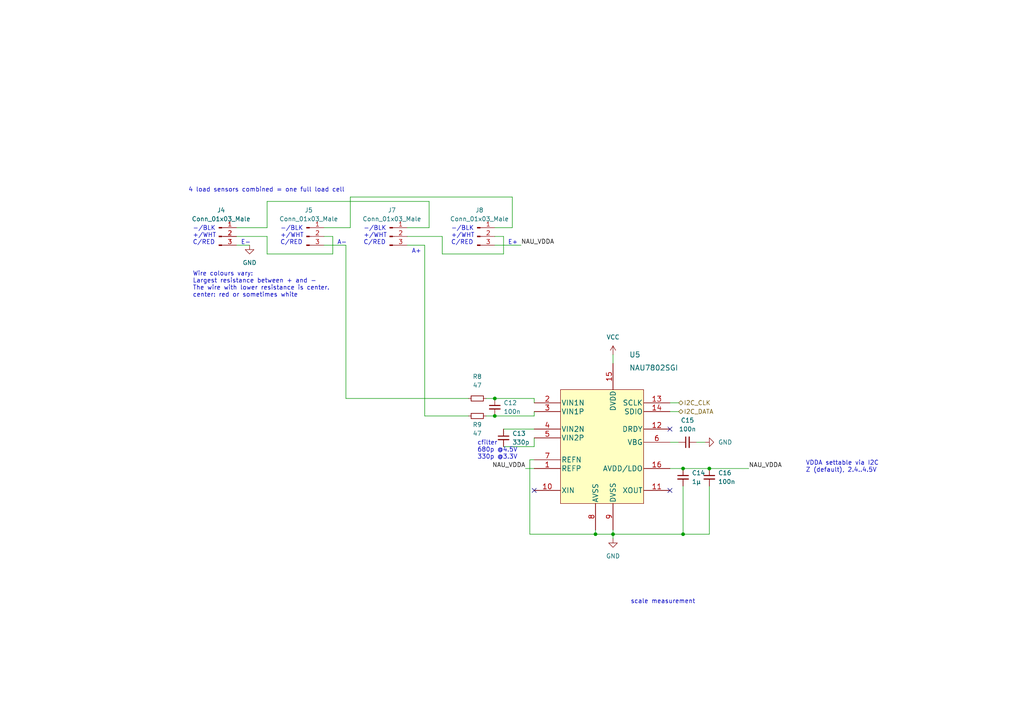
<source format=kicad_sch>
(kicad_sch (version 20211123) (generator eeschema)
  (paper "A4")
  (lib_symbols
    (symbol "2022-02-17_08-21-37:NAU7802SGI" (pin_names (offset 0.254))
      (property "Reference" "U" (at -7.62 20.32 0))
      (property "Value" "NAU7802SGI" (at -7.62 16.51 0))
      (symbol "NAU7802SGI_1_1"
        (rectangle (start -12.7 15.24) (end 11.43 -17.78) (fill (type background)))
        (pin input line (at -20.32 -7.62 0) (length 7.62) (name "REFP") (number "1"))
        (pin input line (at -20.32 -13.97 0) (length 7.62) (name "XIN") (number "10"))
        (pin output line (at 19.05 -13.97 180) (length 7.62) (name "XOUT") (number "11"))
        (pin output line (at 19.05 3.81 180) (length 7.62) (name "DRDY") (number "12"))
        (pin input line (at 19.05 11.43 180) (length 7.62) (name "SCLK") (number "13"))
        (pin bidirectional line (at 19.05 8.89 180) (length 7.62) (name "SDIO") (number "14"))
        (pin power_in line (at 2.54 22.86 270) (length 7.62) (name "DVDD") (number "15"))
        (pin power_out line (at 19.05 -7.62 180) (length 7.62) (name "AVDD/LDO") (number "16"))
        (pin input line (at -20.32 11.43 0) (length 7.62) (name "VIN1N") (number "2"))
        (pin input line (at -20.32 8.89 0) (length 7.62) (name "VIN1P") (number "3"))
        (pin input line (at -20.32 3.81 0) (length 7.62) (name "VIN2N") (number "4"))
        (pin input line (at -20.32 1.27 0) (length 7.62) (name "VIN2P") (number "5"))
        (pin output line (at 19.05 0 180) (length 7.62) (name "VBG") (number "6"))
        (pin input line (at -20.32 -5.08 0) (length 7.62) (name "REFN") (number "7"))
        (pin power_in line (at -2.54 -25.4 90) (length 7.62) (name "AVSS") (number "8"))
        (pin power_in line (at 2.54 -25.4 90) (length 7.62) (name "DVSS") (number "9"))
      )
    )
    (symbol "Connector:Conn_01x03_Male" (pin_names (offset 1.016) hide)
      (property "Reference" "J" (at 0 5.08 0))
      (property "Value" "Conn_01x03_Male" (at 0 -5.08 0))
      (symbol "Conn_01x03_Male_1_1"
        (polyline (pts (xy 1.27 -2.54) (xy 0.8636 -2.54)) (stroke (width 0.1524)))
        (polyline (pts (xy 1.27 0) (xy 0.8636 0)) (stroke (width 0.1524)))
        (polyline (pts (xy 1.27 2.54) (xy 0.8636 2.54)) (stroke (width 0.1524)))
        (rectangle (start 0.8636 -2.413) (end 0 -2.667) (stroke (width 0.1524)) (fill (type outline)))
        (rectangle (start 0.8636 0.127) (end 0 -0.127) (stroke (width 0.1524)) (fill (type outline)))
        (rectangle (start 0.8636 2.667) (end 0 2.413) (stroke (width 0.1524)) (fill (type outline)))
        (pin passive line (at 5.08 2.54 180) (length 3.81) (name "Pin_1") (number "1"))
        (pin passive line (at 5.08 0 180) (length 3.81) (name "Pin_2") (number "2"))
        (pin passive line (at 5.08 -2.54 180) (length 3.81) (name "Pin_3") (number "3"))
      )
    )
    (symbol "Device:C_Small" (pin_numbers hide) (pin_names (offset 0.254) hide)
      (property "Reference" "C" (at 0.254 1.778 0))
      (property "Value" "C_Small" (at 0.254 -2.032 0))
      (symbol "C_Small_0_1"
        (polyline (pts (xy -1.524 -0.508) (xy 1.524 -0.508)) (stroke (width 0.3302)))
        (polyline (pts (xy -1.524 0.508) (xy 1.524 0.508)) (stroke (width 0.3048)))
      )
      (symbol "C_Small_1_1"
        (pin passive line (at 0 2.54 270) (length 2.032) (name "~") (number "1"))
        (pin passive line (at 0 -2.54 90) (length 2.032) (name "~") (number "2"))
      )
    )
    (symbol "Device:R_Small" (pin_numbers hide) (pin_names (offset 0.254) hide)
      (property "Reference" "R" (at 0.762 0.508 0))
      (property "Value" "R_Small" (at 0.762 -1.016 0))
      (symbol "R_Small_0_1"
        (rectangle (start -0.762 1.778) (end 0.762 -1.778) (stroke (width 0.2032)))
      )
      (symbol "R_Small_1_1"
        (pin passive line (at 0 2.54 270) (length 0.762) (name "~") (number "1"))
        (pin passive line (at 0 -2.54 90) (length 0.762) (name "~") (number "2"))
      )
    )
    (symbol "power:GND" (power) (pin_names (offset 0))
      (property "Value" "GND" (at 0 -3.81 0))
      (symbol "GND_0_1"
        (polyline (pts (xy 0 0) (xy 0 -1.27) (xy 1.27 -1.27) (xy 0 -2.54) (xy -1.27 -1.27) (xy 0 -1.27)))
      )
      (symbol "GND_1_1"
        (pin power_in line (at 0 0 270) (length 0) hide (name "GND") (number "1"))
      )
    )
    (symbol "power:VCC" (power) (pin_names (offset 0))
      (property "Value" "VCC" (at 0 3.81 0))
      (symbol "VCC_0_1"
        (polyline (pts (xy -0.762 1.27) (xy 0 2.54)))
        (polyline (pts (xy 0 0) (xy 0 2.54)))
        (polyline (pts (xy 0 2.54) (xy 0.762 1.27)))
      )
      (symbol "VCC_1_1"
        (pin power_in line (at 0 0 90) (length 0) hide (name "VCC") (number "1"))
      )
    )
  )
  (junction (at 143.51 120.65))
  (junction (at 198.12 154.94))
  (junction (at 205.74 135.89))
  (junction (at 177.8 154.94))
  (junction (at 172.72 154.94))
  (junction (at 198.12 135.89))
  (junction (at 143.51 115.57))
  (no_connect (at 194.31 124.46))
  (no_connect (at 154.94 142.24))
  (no_connect (at 194.31 142.24))
  (wire (pts (xy 172.72 154.94) (xy 177.8 154.94)))
  (wire (pts (xy 68.58 68.58) (xy 77.47 68.58)))
  (wire (pts (xy 146.05 73.66) (xy 146.05 68.58)))
  (wire (pts (xy 177.8 154.94) (xy 198.12 154.94)))
  (wire (pts (xy 201.93 128.27) (xy 204.47 128.27)))
  (wire (pts (xy 128.27 73.66) (xy 146.05 73.66)))
  (wire (pts (xy 177.8 154.94) (xy 177.8 156.21)))
  (wire (pts (xy 146.05 124.46) (xy 154.94 124.46)))
  (wire (pts (xy 77.47 58.42) (xy 124.46 58.42)))
  (wire (pts (xy 194.31 116.84) (xy 196.85 116.84)))
  (wire (pts (xy 143.51 115.57) (xy 154.94 115.57)))
  (wire (pts (xy 148.59 66.04) (xy 143.51 66.04)))
  (wire (pts (xy 153.67 154.94) (xy 172.72 154.94)))
  (wire (pts (xy 154.94 120.65) (xy 154.94 119.38)))
  (wire (pts (xy 172.72 153.67) (xy 172.72 154.94)))
  (wire (pts (xy 124.46 66.04) (xy 118.11 66.04)))
  (wire (pts (xy 140.97 115.57) (xy 143.51 115.57)))
  (wire (pts (xy 68.58 66.04) (xy 77.47 66.04)))
  (wire (pts (xy 68.58 71.12) (xy 72.39 71.12)))
  (wire (pts (xy 96.52 73.66) (xy 96.52 68.58)))
  (wire (pts (xy 123.19 120.65) (xy 135.89 120.65)))
  (wire (pts (xy 101.6 57.15) (xy 148.59 57.15)))
  (wire (pts (xy 124.46 58.42) (xy 124.46 66.04)))
  (wire (pts (xy 154.94 129.54) (xy 154.94 127)))
  (wire (pts (xy 128.27 68.58) (xy 128.27 73.66)))
  (wire (pts (xy 118.11 68.58) (xy 128.27 68.58)))
  (wire (pts (xy 154.94 115.57) (xy 154.94 116.84)))
  (wire (pts (xy 205.74 135.89) (xy 217.17 135.89)))
  (wire (pts (xy 93.98 66.04) (xy 101.6 66.04)))
  (wire (pts (xy 194.31 135.89) (xy 198.12 135.89)))
  (wire (pts (xy 101.6 66.04) (xy 101.6 57.15)))
  (wire (pts (xy 143.51 71.12) (xy 151.13 71.12)))
  (wire (pts (xy 198.12 154.94) (xy 198.12 140.97)))
  (wire (pts (xy 77.47 66.04) (xy 77.47 58.42)))
  (wire (pts (xy 177.8 153.67) (xy 177.8 154.94)))
  (wire (pts (xy 152.4 135.89) (xy 154.94 135.89)))
  (wire (pts (xy 177.8 102.87) (xy 177.8 105.41)))
  (wire (pts (xy 194.31 128.27) (xy 196.85 128.27)))
  (wire (pts (xy 146.05 129.54) (xy 154.94 129.54)))
  (wire (pts (xy 153.67 133.35) (xy 153.67 154.94)))
  (wire (pts (xy 96.52 68.58) (xy 93.98 68.58)))
  (wire (pts (xy 77.47 68.58) (xy 77.47 73.66)))
  (wire (pts (xy 100.33 115.57) (xy 135.89 115.57)))
  (wire (pts (xy 93.98 71.12) (xy 100.33 71.12)))
  (wire (pts (xy 140.97 120.65) (xy 143.51 120.65)))
  (wire (pts (xy 194.31 119.38) (xy 196.85 119.38)))
  (wire (pts (xy 198.12 154.94) (xy 205.74 154.94)))
  (wire (pts (xy 148.59 57.15) (xy 148.59 66.04)))
  (wire (pts (xy 198.12 135.89) (xy 205.74 135.89)))
  (wire (pts (xy 100.33 71.12) (xy 100.33 115.57)))
  (wire (pts (xy 77.47 73.66) (xy 96.52 73.66)))
  (wire (pts (xy 123.19 71.12) (xy 123.19 120.65)))
  (wire (pts (xy 143.51 68.58) (xy 146.05 68.58)))
  (wire (pts (xy 205.74 154.94) (xy 205.74 140.97)))
  (wire (pts (xy 123.19 71.12) (xy 118.11 71.12)))
  (wire (pts (xy 143.51 120.65) (xy 154.94 120.65)))
  (wire (pts (xy 153.67 133.35) (xy 154.94 133.35)))
  (text "-/BLK\n+/WHT\nC/RED" (at 130.81 71.12 0) (effects (font (size 1.27 1.27)) (justify left bottom)))
  (text "A-" (at 97.79 71.12 0) (effects (font (size 1.27 1.27)) (justify left bottom)))
  (text "cfilter\n680p @4.5V\n330p @3.3V" (at 138.43 133.35 0) (effects (font (size 1.27 1.27)) (justify left bottom)))
  (text "A+" (at 119.38 73.66 0) (effects (font (size 1.27 1.27)) (justify left bottom)))
  (text "-/BLK\n+/WHT\nC/RED" (at 55.88 71.12 0) (effects (font (size 1.27 1.27)) (justify left bottom)))
  (text "E-" (at 69.85 71.12 0) (effects (font (size 1.27 1.27)) (justify left bottom)))
  (text "-/BLK\n+/WHT\nC/RED" (at 81.28 71.12 0) (effects (font (size 1.27 1.27)) (justify left bottom)))
  (text "VDDA settable via I2C\nZ (default), 2.4..4.5V" (at 233.68 137.16 0) (effects (font (size 1.27 1.27)) (justify left bottom)))
  (text "Wire colours vary:\nLargest resistance between + and -\nThe wire with lower resistance is center.\ncenter: red or sometimes white " (at 55.88 86.36 0) (effects (font (size 1.27 1.27)) (justify left bottom)))
  (text "scale measurement" (at 182.88 175.26 0) (effects (font (size 1.27 1.27)) (justify left bottom)))
  (text "4 load sensors combined = one full load cell" (at 54.61 55.88 0) (effects (font (size 1.27 1.27)) (justify left bottom)))
  (text "E+" (at 147.32 71.12 0) (effects (font (size 1.27 1.27)) (justify left bottom)))
  (text "-/BLK\n+/WHT\nC/RED" (at 105.41 71.12 0) (effects (font (size 1.27 1.27)) (justify left bottom)))
  (label "NAU_VDDA" (at 152.4 135.89 180))
  (label "NAU_VDDA" (at 217.17 135.89 0))
  (label "NAU_VDDA" (at 151.13 71.12 0))
  (hierarchical_label "I2C_CLK" (shape tri_state) (at 196.85 116.84 0))
  (hierarchical_label "I2C_DATA" (shape tri_state) (at 196.85 119.38 0))
  (symbol (lib_id "Device:R_Small") (at 138.43 120.65 90) (unit 1)
    (property "Reference" "R9" (at 138.43 123.19 90))
    (property "Value" "47" (at 138.43 125.73 90))
    (property "Footprint" "Resistor_SMD:R_1206_3216Metric_Pad1.30x1.75mm_HandSolder" (effects hide))
  )
  (symbol (lib_id "Device:C_Small") (at 205.74 138.43 0) (unit 1)
    (property "Reference" "C16" (at 208.28 137.1662 0) (effects (justify left)))
    (property "Value" "100n" (at 208.28 139.7062 0) (effects (justify left)))
    (property "Footprint" "Capacitor_SMD:C_1206_3216Metric_Pad1.33x1.80mm_HandSolder" (effects hide))
  )
  (symbol (lib_id "2022-02-17_08-21-37:NAU7802SGI") (at 175.26 128.27 0) (unit 1)
    (property "Reference" "U5" (at 182.4851 102.87 0) (effects (font (size 1.524 1.524)) (justify left)))
    (property "Value" "NAU7802SGI" (at 182.4851 106.68 0) (effects (font (size 1.524 1.524)) (justify left)))
    (property "Footprint" "footprints:NAU7802SGI" (effects hide))
  )
  (symbol (lib_id "Connector:Conn_01x03_Male") (at 113.03 68.58 0) (unit 1)
    (property "Reference" "J7" (at 113.665 60.96 0))
    (property "Value" "Conn_01x03_Male" (at 113.665 63.5 0))
    (property "Footprint" "Connector_PinHeader_2.54mm:PinHeader_1x03_P2.54mm_Vertical" (effects hide))
  )
  (symbol (lib_id "power:VCC") (at 177.8 102.87 0) (unit 1)
    (property "Reference" "#PWR033" (effects hide))
    (property "Value" "VCC" (at 177.8 97.79 0))
  )
  (symbol (lib_id "Device:C_Small") (at 199.39 128.27 90) (unit 1)
    (property "Reference" "C15" (at 199.3963 121.92 90))
    (property "Value" "100n" (at 199.3963 124.46 90))
    (property "Footprint" "Capacitor_SMD:C_1206_3216Metric_Pad1.33x1.80mm_HandSolder" (effects hide))
  )
  (symbol (lib_id "power:GND") (at 204.47 128.27 90) (unit 1)
    (property "Reference" "#PWR035" (effects hide))
    (property "Value" "GND" (at 208.28 128.2699 90) (effects (justify right)))
  )
  (symbol (lib_id "power:GND") (at 177.8 156.21 0) (unit 1)
    (property "Reference" "#PWR034" (effects hide))
    (property "Value" "GND" (at 177.8 161.29 0))
  )
  (symbol (lib_id "Connector:Conn_01x03_Male") (at 88.9 68.58 0) (unit 1)
    (property "Reference" "J5" (at 89.535 60.96 0))
    (property "Value" "Conn_01x03_Male" (at 89.535 63.5 0))
    (property "Footprint" "Connector_PinHeader_2.54mm:PinHeader_1x03_P2.54mm_Vertical" (effects hide))
  )
  (symbol (lib_id "Connector:Conn_01x03_Male") (at 138.43 68.58 0) (unit 1)
    (property "Reference" "J8" (at 139.065 60.96 0))
    (property "Value" "Conn_01x03_Male" (at 139.065 63.5 0))
    (property "Footprint" "Connector_PinHeader_2.54mm:PinHeader_1x03_P2.54mm_Vertical" (effects hide))
  )
  (symbol (lib_id "Device:C_Small") (at 146.05 127 0) (unit 1)
    (property "Reference" "C13" (at 148.59 125.7362 0) (effects (justify left)))
    (property "Value" "330p" (at 148.59 128.2762 0) (effects (justify left)))
    (property "Footprint" "Capacitor_SMD:C_1206_3216Metric_Pad1.33x1.80mm_HandSolder" (effects hide))
  )
  (symbol (lib_id "Device:C_Small") (at 143.51 118.11 0) (unit 1)
    (property "Reference" "C12" (at 146.05 116.8462 0) (effects (justify left)))
    (property "Value" "100n" (at 146.05 119.3862 0) (effects (justify left)))
    (property "Footprint" "Capacitor_SMD:C_1206_3216Metric_Pad1.33x1.80mm_HandSolder" (effects hide))
  )
  (symbol (lib_id "Connector:Conn_01x03_Male") (at 63.5 68.58 0) (unit 1)
    (property "Reference" "J4" (at 64.135 60.96 0))
    (property "Value" "Conn_01x03_Male" (at 64.135 63.5 0))
    (property "Footprint" "Connector_PinHeader_2.54mm:PinHeader_1x03_P2.54mm_Vertical" (effects hide))
  )
  (symbol (lib_id "power:GND") (at 72.39 71.12 0) (unit 1)
    (property "Reference" "#PWR032" (effects hide))
    (property "Value" "GND" (at 72.39 76.2 0))
  )
  (symbol (lib_id "Device:C_Small") (at 198.12 138.43 0) (unit 1)
    (property "Reference" "C14" (at 200.66 137.1662 0) (effects (justify left)))
    (property "Value" "1µ" (at 200.66 139.7062 0) (effects (justify left)))
    (property "Footprint" "Capacitor_SMD:C_1206_3216Metric_Pad1.33x1.80mm_HandSolder" (effects hide))
  )
  (symbol (lib_id "Device:R_Small") (at 138.43 115.57 90) (unit 1)
    (property "Reference" "R8" (at 138.43 109.22 90))
    (property "Value" "47" (at 138.43 111.76 90))
    (property "Footprint" "Resistor_SMD:R_1206_3216Metric_Pad1.30x1.75mm_HandSolder" (effects hide))
  )
)
</source>
